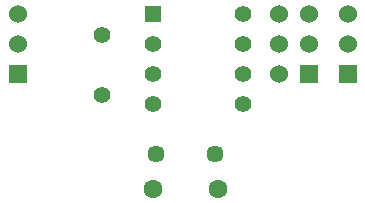
<source format=gbs>
G04 (created by PCBNEW (2013-07-07 BZR 4022)-stable) date 9/10/2013 12:20:35 AM*
%MOIN*%
G04 Gerber Fmt 3.4, Leading zero omitted, Abs format*
%FSLAX34Y34*%
G01*
G70*
G90*
G04 APERTURE LIST*
%ADD10C,0.00590551*%
%ADD11R,0.06X0.06*%
%ADD12C,0.06*%
%ADD13C,0.056*%
%ADD14C,0.063*%
%ADD15C,0.0571*%
%ADD16R,0.055X0.055*%
%ADD17C,0.055*%
G04 APERTURE END LIST*
G54D10*
G54D11*
X92700Y-60000D03*
G54D12*
X91700Y-60000D03*
X92700Y-59000D03*
X91700Y-59000D03*
X92700Y-58000D03*
X91700Y-58000D03*
G54D11*
X83000Y-60000D03*
G54D12*
X83000Y-59000D03*
X83000Y-58000D03*
G54D11*
X94000Y-60000D03*
G54D12*
X94000Y-59000D03*
X94000Y-58000D03*
G54D13*
X85800Y-60700D03*
X85800Y-58700D03*
G54D14*
X87517Y-63831D03*
X89683Y-63831D03*
G54D15*
X87621Y-62661D03*
X89579Y-62661D03*
G54D16*
X87500Y-58000D03*
G54D17*
X87500Y-59000D03*
X87500Y-60000D03*
X87500Y-61000D03*
X90500Y-61000D03*
X90500Y-60000D03*
X90500Y-59000D03*
X90500Y-58000D03*
M02*

</source>
